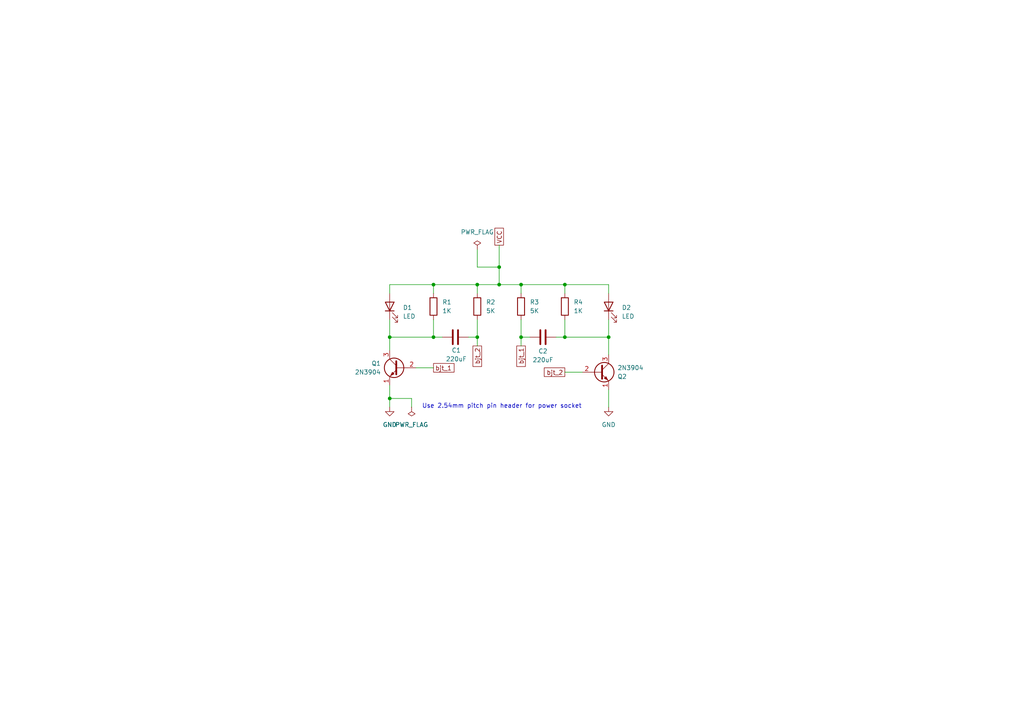
<source format=kicad_sch>
(kicad_sch (version 20250114) (generator "eeschema") (generator_version "9.0")
  (paper "A4")
  (lib_symbols
    (symbol "Device:C" (pin_numbers (hide yes)) (pin_names (offset 0.254))
      (property "Reference" "C" (at 0.635 2.54 0))
      (property "Value" "C" (at 0.635 -2.54 0))
      (symbol "C_0_1"
        (polyline (pts (xy -2.032 0.762) (xy 2.032 0.762)) (stroke (width 0.508)))
        (polyline (pts (xy -2.032 -0.762) (xy 2.032 -0.762)) (stroke (width 0.508)))
      )
      (symbol "C_1_1"
        (pin passive line (at 0 3.81 270) (length 2.794) (name "~") (number "1"))
        (pin passive line (at 0 -3.81 90) (length 2.794) (name "~") (number "2"))
      )
    )
    (symbol "Device:LED" (pin_numbers (hide yes)) (pin_names (offset 1.016) (hide yes))
      (property "Reference" "D" (at 0 2.54 0))
      (property "Value" "LED" (at 0 -2.54 0))
      (symbol "LED_0_1"
        (polyline (pts (xy -3.048 -0.762) (xy -4.572 -2.286) (xy -3.81 -2.286) (xy -4.572 -2.286) (xy -4.572 -1.524)))
        (polyline (pts (xy -1.778 -0.762) (xy -3.302 -2.286) (xy -2.54 -2.286) (xy -3.302 -2.286) (xy -3.302 -1.524)))
        (polyline (pts (xy -1.27 0) (xy 1.27 0)))
        (polyline (pts (xy -1.27 -1.27) (xy -1.27 1.27)) (stroke (width 0.254)))
        (polyline (pts (xy 1.27 -1.27) (xy 1.27 1.27) (xy -1.27 0) (xy 1.27 -1.27)) (stroke (width 0.254)))
      )
      (symbol "LED_1_1"
        (pin passive line (at -3.81 0 0) (length 2.54) (name "K") (number "1"))
        (pin passive line (at 3.81 0 180) (length 2.54) (name "A") (number "2"))
      )
    )
    (symbol "Device:R" (pin_numbers (hide yes)) (pin_names (offset 0))
      (property "Reference" "R" (at 2.032 0 90))
      (property "Value" "R" (at 0 0 90))
      (symbol "R_0_1"
        (rectangle (start -1.016 -2.54) (end 1.016 2.54) (stroke (width 0.254)))
      )
      (symbol "R_1_1"
        (pin passive line (at 0 3.81 270) (length 1.27) (name "~") (number "1"))
        (pin passive line (at 0 -3.81 90) (length 1.27) (name "~") (number "2"))
      )
    )
    (symbol "Transistor_BJT:2N3904" (pin_names (offset 0) (hide yes))
      (property "Reference" "Q" (at 5.08 1.905 0))
      (property "Value" "2N3904" (at 5.08 0 0))
      (symbol "2N3904_0_1"
        (polyline (pts (xy -2.54 0) (xy 0.635 0)))
        (polyline (pts (xy 0.635 1.905) (xy 0.635 -1.905)) (stroke (width 0.508)))
        (circle (center 1.27 0) (radius 2.8194) (stroke (width 0.254)))
      )
      (symbol "2N3904_1_1"
        (polyline (pts (xy 0.635 0.635) (xy 2.54 2.54)))
        (polyline (pts (xy 0.635 -0.635) (xy 2.54 -2.54)))
        (polyline (pts (xy 1.27 -1.778) (xy 1.778 -1.27) (xy 2.286 -2.286) (xy 1.27 -1.778)) (fill (type outline)))
        (pin input line (at -5.08 0 0) (length 2.54) (name "B") (number "2"))
        (pin passive line (at 2.54 5.08 270) (length 2.54) (name "C") (number "3"))
        (pin passive line (at 2.54 -5.08 90) (length 2.54) (name "E") (number "1"))
      )
    )
    (symbol "power:GND" (power) (pin_numbers (hide yes)) (pin_names (offset 0) (hide yes))
      (property "Value" "GND" (at 0 -3.81 0))
      (symbol "GND_0_1"
        (polyline (pts (xy 0 0) (xy 0 -1.27) (xy 1.27 -1.27) (xy 0 -2.54) (xy -1.27 -1.27) (xy 0 -1.27)))
      )
      (symbol "GND_1_1"
        (pin power_in line (at 0 0 270) (length 0) (name "~") (number "1"))
      )
    )
    (symbol "power:PWR_FLAG" (power) (pin_numbers (hide yes)) (pin_names (offset 0) (hide yes))
      (property "Value" "PWR_FLAG" (at 0 3.81 0))
      (symbol "PWR_FLAG_0_0"
        (pin power_out line (at 0 0 90) (length 0) (name "~") (number "1"))
      )
      (symbol "PWR_FLAG_0_1"
        (polyline (pts (xy 0 0) (xy 0 1.27) (xy -1.016 1.905) (xy 0 2.54) (xy 1.016 1.905) (xy 0 1.27)))
      )
    )
  )
  (text "Use 2.54mm pitch pin header for power socket " (at 146.05 117.856 0) (effects (font (size 1.27 1.27))))
  (junction (at 163.83 82.55))
  (junction (at 138.43 82.55))
  (junction (at 144.78 77.47))
  (junction (at 113.03 97.79))
  (junction (at 138.43 97.79))
  (junction (at 151.13 97.79))
  (junction (at 113.03 115.57))
  (junction (at 125.73 97.79))
  (junction (at 125.73 82.55))
  (junction (at 151.13 82.55))
  (junction (at 163.83 97.79))
  (junction (at 144.78 82.55))
  (junction (at 176.53 97.79))
  (wire (pts (xy 125.73 82.55) (xy 138.43 82.55)))
  (wire (pts (xy 120.65 106.68) (xy 125.73 106.68)))
  (wire (pts (xy 151.13 97.79) (xy 151.13 100.33)))
  (wire (pts (xy 151.13 85.09) (xy 151.13 82.55)))
  (wire (pts (xy 163.83 97.79) (xy 161.29 97.79)))
  (wire (pts (xy 113.03 97.79) (xy 113.03 101.6)))
  (wire (pts (xy 138.43 92.71) (xy 138.43 97.79)))
  (wire (pts (xy 119.38 115.57) (xy 113.03 115.57)))
  (wire (pts (xy 144.78 82.55) (xy 151.13 82.55)))
  (wire (pts (xy 113.03 92.71) (xy 113.03 97.79)))
  (wire (pts (xy 125.73 85.09) (xy 125.73 82.55)))
  (wire (pts (xy 138.43 97.79) (xy 135.89 97.79)))
  (wire (pts (xy 176.53 82.55) (xy 163.83 82.55)))
  (wire (pts (xy 113.03 97.79) (xy 125.73 97.79)))
  (wire (pts (xy 163.83 107.95) (xy 168.91 107.95)))
  (wire (pts (xy 176.53 113.03) (xy 176.53 118.11)))
  (wire (pts (xy 144.78 71.12) (xy 144.78 77.47)))
  (wire (pts (xy 125.73 92.71) (xy 125.73 97.79)))
  (wire (pts (xy 113.03 82.55) (xy 125.73 82.55)))
  (wire (pts (xy 144.78 77.47) (xy 144.78 82.55)))
  (wire (pts (xy 138.43 82.55) (xy 144.78 82.55)))
  (wire (pts (xy 176.53 85.09) (xy 176.53 82.55)))
  (wire (pts (xy 119.38 118.11) (xy 119.38 115.57)))
  (wire (pts (xy 151.13 82.55) (xy 163.83 82.55)))
  (wire (pts (xy 176.53 92.71) (xy 176.53 97.79)))
  (wire (pts (xy 125.73 97.79) (xy 128.27 97.79)))
  (wire (pts (xy 138.43 97.79) (xy 138.43 100.33)))
  (wire (pts (xy 113.03 115.57) (xy 113.03 111.76)))
  (wire (pts (xy 138.43 77.47) (xy 144.78 77.47)))
  (wire (pts (xy 163.83 82.55) (xy 163.83 85.09)))
  (wire (pts (xy 151.13 97.79) (xy 153.67 97.79)))
  (wire (pts (xy 113.03 85.09) (xy 113.03 82.55)))
  (wire (pts (xy 138.43 82.55) (xy 138.43 85.09)))
  (wire (pts (xy 151.13 92.71) (xy 151.13 97.79)))
  (wire (pts (xy 113.03 118.11) (xy 113.03 115.57)))
  (wire (pts (xy 138.43 72.39) (xy 138.43 77.47)))
  (wire (pts (xy 176.53 97.79) (xy 176.53 102.87)))
  (wire (pts (xy 163.83 92.71) (xy 163.83 97.79)))
  (wire (pts (xy 163.83 97.79) (xy 176.53 97.79)))
  (global_label "bjt_2" (shape passive) (at 163.83 107.95 180) (property "Intersheetrefs" "${INTERSHEET_REFS}" (effects (hide yes))))
  (global_label "bjt_2" (shape passive) (at 138.43 100.33 270) (property "Intersheetrefs" "${INTERSHEET_REFS}" (effects (hide yes))))
  (global_label "bjt_1" (shape passive) (at 125.73 106.68 0) (property "Intersheetrefs" "${INTERSHEET_REFS}" (effects (hide yes))))
  (global_label "VCC" (shape passive) (at 144.78 71.12 90) (property "Intersheetrefs" "${INTERSHEET_REFS}" (effects (hide yes))))
  (global_label "bjt_1" (shape passive) (at 151.13 100.33 270) (property "Intersheetrefs" "${INTERSHEET_REFS}" (effects (hide yes))))
  (symbol (lib_id "Device:C") (at 132.08 97.79 90) (unit 1)
    (property "Reference" "C1" (at 132.334 101.6 90))
    (property "Value" "220uF" (at 132.334 104.14 90))
    (property "Footprint" "Capacitor_SMD:C_0603_1608Metric" (effects (hide yes)))
    (property "Description" "Unpolarized capacitor" (effects (hide yes)))
  )
  (symbol (lib_id "power:GND") (at 113.03 118.11 0) (unit 1)
    (property "Reference" "#PWR01" (effects (hide yes)))
    (property "Value" "GND" (at 113.03 123.19 0))
    (property "Description" "Power symbol creates a global label with name \"GND\" , ground" (effects (hide yes)))
  )
  (symbol (lib_id "Device:LED") (at 176.53 88.9 90) (unit 1)
    (property "Reference" "D2" (at 180.34 89.2174 90) (effects (justify right)))
    (property "Value" "LED" (at 180.34 91.7574 90) (effects (justify right)))
    (property "Footprint" "LED_SMD:LED_0603_1608Metric" (effects (hide yes)))
    (property "Description" "Light emitting diode" (effects (hide yes)))
    (property "Sim.Pins" "1=K 2=A" (effects (hide yes)))
  )
  (symbol (lib_id "Device:R") (at 151.13 88.9 0) (unit 1)
    (property "Reference" "R3" (at 153.67 87.6299 0) (effects (justify left)))
    (property "Value" "5K" (at 153.67 90.1699 0) (effects (justify left)))
    (property "Footprint" "Resistor_SMD:R_0603_1608Metric" (effects (hide yes)))
    (property "Description" "Resistor" (effects (hide yes)))
  )
  (symbol (lib_id "Device:R") (at 138.43 88.9 0) (unit 1)
    (property "Reference" "R2" (at 140.97 87.6299 0) (effects (justify left)))
    (property "Value" "5K" (at 140.97 90.1699 0) (effects (justify left)))
    (property "Footprint" "Resistor_SMD:R_0603_1608Metric" (effects (hide yes)))
    (property "Description" "Resistor" (effects (hide yes)))
  )
  (symbol (lib_id "power:PWR_FLAG") (at 119.38 118.11 180) (unit 1)
    (property "Reference" "#FLG02" (effects (hide yes)))
    (property "Value" "PWR_FLAG" (at 119.38 123.19 0))
    (property "Description" "Special symbol for telling ERC where power comes from" (effects (hide yes)))
  )
  (symbol (lib_id "Device:LED") (at 113.03 88.9 90) (unit 1)
    (property "Reference" "D1" (at 116.84 89.2174 90) (effects (justify right)))
    (property "Value" "LED" (at 116.84 91.7574 90) (effects (justify right)))
    (property "Footprint" "LED_SMD:LED_0603_1608Metric" (effects (hide yes)))
    (property "Description" "Light emitting diode" (effects (hide yes)))
    (property "Sim.Pins" "1=K 2=A" (effects (hide yes)))
  )
  (symbol (lib_id "power:PWR_FLAG") (at 138.43 72.39 0) (unit 1)
    (property "Reference" "#FLG01" (effects (hide yes)))
    (property "Value" "PWR_FLAG" (at 138.43 67.31 0))
    (property "Description" "Special symbol for telling ERC where power comes from" (effects (hide yes)))
  )
  (symbol (lib_id "Transistor_BJT:2N3904") (at 173.99 107.95 0) (unit 1)
    (property "Reference" "Q2" (at 179.07 109.2201 0) (effects (justify left)))
    (property "Value" "2N3904" (at 179.07 106.6801 0) (effects (justify left)))
    (property "Footprint" "Package_TO_SOT_SMD:SOT-23" (effects (hide yes)))
    (property "Datasheet" "https://www.onsemi.com/pub/Collateral/2N3903-D.PDF" (effects (hide yes)))
    (property "Description" "0.2A Ic, 40V Vce, Small Signal NPN Transistor, TO-92" (effects (hide yes)))
  )
  (symbol (lib_id "Device:R") (at 125.73 88.9 0) (unit 1)
    (property "Reference" "R1" (at 128.27 87.6299 0) (effects (justify left)))
    (property "Value" "1K" (at 128.27 90.1699 0) (effects (justify left)))
    (property "Footprint" "Resistor_SMD:R_0603_1608Metric" (effects (hide yes)))
    (property "Description" "Resistor" (effects (hide yes)))
  )
  (symbol (lib_id "Device:C") (at 157.48 97.79 90) (unit 1)
    (property "Reference" "C2" (at 157.48 101.854 90))
    (property "Value" "220uF" (at 157.48 104.394 90))
    (property "Footprint" "Capacitor_SMD:C_0603_1608Metric" (effects (hide yes)))
    (property "Description" "Unpolarized capacitor" (effects (hide yes)))
  )
  (symbol (lib_id "power:GND") (at 176.53 118.11 0) (unit 1)
    (property "Reference" "#PWR03" (effects (hide yes)))
    (property "Value" "GND" (at 176.53 123.19 0))
    (property "Description" "Power symbol creates a global label with name \"GND\" , ground" (effects (hide yes)))
  )
  (symbol (lib_id "Device:R") (at 163.83 88.9 0) (unit 1)
    (property "Reference" "R4" (at 166.37 87.6299 0) (effects (justify left)))
    (property "Value" "1K" (at 166.37 90.1699 0) (effects (justify left)))
    (property "Footprint" "Resistor_SMD:R_0603_1608Metric" (effects (hide yes)))
    (property "Description" "Resistor" (effects (hide yes)))
  )
  (symbol (lib_id "Transistor_BJT:2N3904") (at 115.57 106.68 0) (mirror y) (unit 1)
    (property "Reference" "Q1" (at 110.49 105.4099 0) (effects (justify left)))
    (property "Value" "2N3904" (at 110.49 107.9499 0) (effects (justify left)))
    (property "Footprint" "Package_TO_SOT_SMD:SOT-23" (effects (hide yes)))
    (property "Datasheet" "https://www.onsemi.com/pub/Collateral/2N3903-D.PDF" (effects (hide yes)))
    (property "Description" "0.2A Ic, 40V Vce, Small Signal NPN Transistor, TO-92" (effects (hide yes)))
  )
)
</source>
